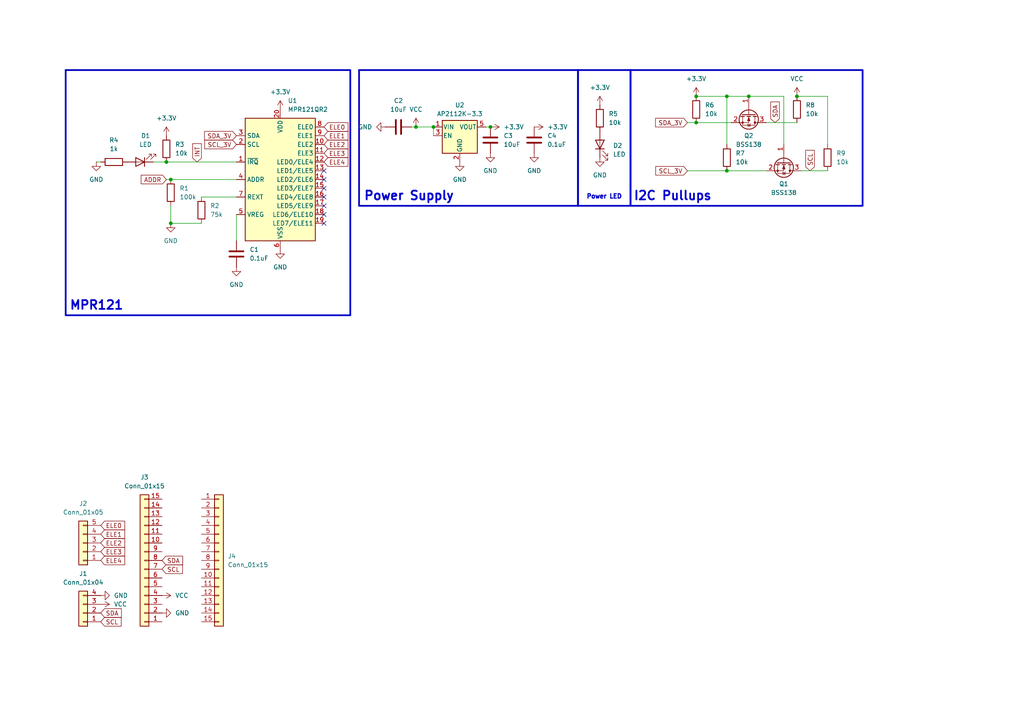
<source format=kicad_sch>
(kicad_sch (version 20231120) (generator "eeschema") (generator_version "8.0")
  (paper "A4")
  (lib_symbols
    (symbol "Connector_Generic:Conn_01x04" (pin_names (offset 1.016) hide)
      (property "Reference" "J" (at 0 5.08 0))
      (property "Value" "Conn_01x04" (at 0 -7.62 0))
      (symbol "Conn_01x04_1_1"
        (rectangle (start -1.27 -4.953) (end 0 -5.207) (stroke (width 0.1524)))
        (rectangle (start -1.27 -2.413) (end 0 -2.667) (stroke (width 0.1524)))
        (rectangle (start -1.27 0.127) (end 0 -0.127) (stroke (width 0.1524)))
        (rectangle (start -1.27 2.667) (end 0 2.413) (stroke (width 0.1524)))
        (rectangle (start -1.27 3.81) (end 1.27 -6.35) (stroke (width 0.254)) (fill (type background)))
        (pin passive line (at -5.08 2.54 0) (length 3.81) (name "Pin_1") (number "1"))
        (pin passive line (at -5.08 0 0) (length 3.81) (name "Pin_2") (number "2"))
        (pin passive line (at -5.08 -2.54 0) (length 3.81) (name "Pin_3") (number "3"))
        (pin passive line (at -5.08 -5.08 0) (length 3.81) (name "Pin_4") (number "4"))
      )
    )
    (symbol "Connector_Generic:Conn_01x05" (pin_names (offset 1.016) hide)
      (property "Reference" "J" (at 0 7.62 0))
      (property "Value" "Conn_01x05" (at 0 -7.62 0))
      (symbol "Conn_01x05_1_1"
        (rectangle (start -1.27 -4.953) (end 0 -5.207) (stroke (width 0.1524)))
        (rectangle (start -1.27 -2.413) (end 0 -2.667) (stroke (width 0.1524)))
        (rectangle (start -1.27 0.127) (end 0 -0.127) (stroke (width 0.1524)))
        (rectangle (start -1.27 2.667) (end 0 2.413) (stroke (width 0.1524)))
        (rectangle (start -1.27 5.207) (end 0 4.953) (stroke (width 0.1524)))
        (rectangle (start -1.27 6.35) (end 1.27 -6.35) (stroke (width 0.254)) (fill (type background)))
        (pin passive line (at -5.08 5.08 0) (length 3.81) (name "Pin_1") (number "1"))
        (pin passive line (at -5.08 2.54 0) (length 3.81) (name "Pin_2") (number "2"))
        (pin passive line (at -5.08 0 0) (length 3.81) (name "Pin_3") (number "3"))
        (pin passive line (at -5.08 -2.54 0) (length 3.81) (name "Pin_4") (number "4"))
        (pin passive line (at -5.08 -5.08 0) (length 3.81) (name "Pin_5") (number "5"))
      )
    )
    (symbol "Connector_Generic:Conn_01x15" (pin_names (offset 1.016) hide)
      (property "Reference" "J" (at 0 20.32 0))
      (property "Value" "Conn_01x15" (at 0 -20.32 0))
      (symbol "Conn_01x15_1_1"
        (rectangle (start -1.27 -17.653) (end 0 -17.907) (stroke (width 0.1524)))
        (rectangle (start -1.27 -15.113) (end 0 -15.367) (stroke (width 0.1524)))
        (rectangle (start -1.27 -12.573) (end 0 -12.827) (stroke (width 0.1524)))
        (rectangle (start -1.27 -10.033) (end 0 -10.287) (stroke (width 0.1524)))
        (rectangle (start -1.27 -7.493) (end 0 -7.747) (stroke (width 0.1524)))
        (rectangle (start -1.27 -4.953) (end 0 -5.207) (stroke (width 0.1524)))
        (rectangle (start -1.27 -2.413) (end 0 -2.667) (stroke (width 0.1524)))
        (rectangle (start -1.27 0.127) (end 0 -0.127) (stroke (width 0.1524)))
        (rectangle (start -1.27 2.667) (end 0 2.413) (stroke (width 0.1524)))
        (rectangle (start -1.27 5.207) (end 0 4.953) (stroke (width 0.1524)))
        (rectangle (start -1.27 7.747) (end 0 7.493) (stroke (width 0.1524)))
        (rectangle (start -1.27 10.287) (end 0 10.033) (stroke (width 0.1524)))
        (rectangle (start -1.27 12.827) (end 0 12.573) (stroke (width 0.1524)))
        (rectangle (start -1.27 15.367) (end 0 15.113) (stroke (width 0.1524)))
        (rectangle (start -1.27 17.907) (end 0 17.653) (stroke (width 0.1524)))
        (rectangle (start -1.27 19.05) (end 1.27 -19.05) (stroke (width 0.254)) (fill (type background)))
        (pin passive line (at -5.08 17.78 0) (length 3.81) (name "Pin_1") (number "1"))
        (pin passive line (at -5.08 -5.08 0) (length 3.81) (name "Pin_10") (number "10"))
        (pin passive line (at -5.08 -7.62 0) (length 3.81) (name "Pin_11") (number "11"))
        (pin passive line (at -5.08 -10.16 0) (length 3.81) (name "Pin_12") (number "12"))
        (pin passive line (at -5.08 -12.7 0) (length 3.81) (name "Pin_13") (number "13"))
        (pin passive line (at -5.08 -15.24 0) (length 3.81) (name "Pin_14") (number "14"))
        (pin passive line (at -5.08 -17.78 0) (length 3.81) (name "Pin_15") (number "15"))
        (pin passive line (at -5.08 15.24 0) (length 3.81) (name "Pin_2") (number "2"))
        (pin passive line (at -5.08 12.7 0) (length 3.81) (name "Pin_3") (number "3"))
        (pin passive line (at -5.08 10.16 0) (length 3.81) (name "Pin_4") (number "4"))
        (pin passive line (at -5.08 7.62 0) (length 3.81) (name "Pin_5") (number "5"))
        (pin passive line (at -5.08 5.08 0) (length 3.81) (name "Pin_6") (number "6"))
        (pin passive line (at -5.08 2.54 0) (length 3.81) (name "Pin_7") (number "7"))
        (pin passive line (at -5.08 0 0) (length 3.81) (name "Pin_8") (number "8"))
        (pin passive line (at -5.08 -2.54 0) (length 3.81) (name "Pin_9") (number "9"))
      )
    )
    (symbol "Device:C" (pin_numbers hide) (pin_names (offset 0.254))
      (property "Reference" "C" (at 0.635 2.54 0))
      (property "Value" "C" (at 0.635 -2.54 0))
      (symbol "C_0_1"
        (polyline (pts (xy -2.032 -0.762) (xy 2.032 -0.762)) (stroke (width 0.508)))
        (polyline (pts (xy -2.032 0.762) (xy 2.032 0.762)) (stroke (width 0.508)))
      )
      (symbol "C_1_1"
        (pin passive line (at 0 3.81 270) (length 2.794) (name "~") (number "1"))
        (pin passive line (at 0 -3.81 90) (length 2.794) (name "~") (number "2"))
      )
    )
    (symbol "Device:LED" (pin_numbers hide) (pin_names (offset 1.016) hide)
      (property "Reference" "D" (at 0 2.54 0))
      (property "Value" "LED" (at 0 -2.54 0))
      (symbol "LED_0_1"
        (polyline (pts (xy -1.27 -1.27) (xy -1.27 1.27)) (stroke (width 0.254)))
        (polyline (pts (xy -1.27 0) (xy 1.27 0)))
        (polyline (pts (xy 1.27 -1.27) (xy 1.27 1.27) (xy -1.27 0) (xy 1.27 -1.27)) (stroke (width 0.254)))
        (polyline (pts (xy -3.048 -0.762) (xy -4.572 -2.286) (xy -3.81 -2.286) (xy -4.572 -2.286) (xy -4.572 -1.524)))
        (polyline (pts (xy -1.778 -0.762) (xy -3.302 -2.286) (xy -2.54 -2.286) (xy -3.302 -2.286) (xy -3.302 -1.524)))
      )
      (symbol "LED_1_1"
        (pin passive line (at -3.81 0 0) (length 2.54) (name "K") (number "1"))
        (pin passive line (at 3.81 0 180) (length 2.54) (name "A") (number "2"))
      )
    )
    (symbol "Device:R" (pin_numbers hide) (pin_names (offset 0))
      (property "Reference" "R" (at 2.032 0 90))
      (property "Value" "R" (at 0 0 90))
      (symbol "R_0_1"
        (rectangle (start -1.016 -2.54) (end 1.016 2.54) (stroke (width 0.254)))
      )
      (symbol "R_1_1"
        (pin passive line (at 0 3.81 270) (length 1.27) (name "~") (number "1"))
        (pin passive line (at 0 -3.81 90) (length 1.27) (name "~") (number "2"))
      )
    )
    (symbol "Regulator_Linear:AP2112K-3.3" (pin_names (offset 0.254))
      (property "Reference" "U" (at -5.08 5.715 0))
      (property "Value" "AP2112K-3.3" (at 0 5.715 0))
      (symbol "AP2112K-3.3_0_1"
        (rectangle (start -5.08 4.445) (end 5.08 -5.08) (stroke (width 0.254)) (fill (type background)))
      )
      (symbol "AP2112K-3.3_1_1"
        (pin power_in line (at -7.62 2.54 0) (length 2.54) (name "VIN") (number "1"))
        (pin power_in line (at 0 -7.62 90) (length 2.54) (name "GND") (number "2"))
        (pin input line (at -7.62 0 0) (length 2.54) (name "EN") (number "3"))
        (pin no_connect line (at 5.08 0 180) (length 2.54) hide (name "NC") (number "4"))
        (pin power_out line (at 7.62 2.54 180) (length 2.54) (name "VOUT") (number "5"))
      )
    )
    (symbol "Sensor_Touch:MPR121QR2"
      (property "Reference" "U" (at -10.16 19.05 0))
      (property "Value" "MPR121QR2" (at 6.35 19.05 0))
      (symbol "MPR121QR2_0_1"
        (rectangle (start -10.16 17.78) (end 10.16 -17.78) (stroke (width 0.254)) (fill (type background)))
      )
      (symbol "MPR121QR2_1_1"
        (pin open_collector line (at -12.7 5.08 0) (length 2.54) (name "~{IRQ}") (number "1"))
        (pin passive line (at 12.7 10.16 180) (length 2.54) (name "ELE2") (number "10"))
        (pin passive line (at 12.7 7.62 180) (length 2.54) (name "ELE3") (number "11"))
        (pin passive line (at 12.7 5.08 180) (length 2.54) (name "LED0/ELE4") (number "12"))
        (pin passive line (at 12.7 2.54 180) (length 2.54) (name "LED1/ELE5") (number "13"))
        (pin passive line (at 12.7 0 180) (length 2.54) (name "LED2/ELE6") (number "14"))
        (pin passive line (at 12.7 -2.54 180) (length 2.54) (name "LED3/ELE7") (number "15"))
        (pin passive line (at 12.7 -5.08 180) (length 2.54) (name "LED4/ELE8") (number "16"))
        (pin passive line (at 12.7 -7.62 180) (length 2.54) (name "LED5/ELE9") (number "17"))
        (pin passive line (at 12.7 -10.16 180) (length 2.54) (name "LED6/ELE10") (number "18"))
        (pin passive line (at 12.7 -12.7 180) (length 2.54) (name "LED7/ELE11") (number "19"))
        (pin input line (at -12.7 10.16 0) (length 2.54) (name "SCL") (number "2"))
        (pin power_in line (at 0 20.32 270) (length 2.54) (name "VDD") (number "20"))
        (pin bidirectional line (at -12.7 12.7 0) (length 2.54) (name "SDA") (number "3"))
        (pin input line (at -12.7 0 0) (length 2.54) (name "ADDR") (number "4"))
        (pin passive line (at -12.7 -10.16 0) (length 2.54) (name "VREG") (number "5"))
        (pin power_in line (at 0 -20.32 90) (length 2.54) (name "VSS") (number "6"))
        (pin passive line (at -12.7 -5.08 0) (length 2.54) (name "REXT") (number "7"))
        (pin passive line (at 12.7 15.24 180) (length 2.54) (name "ELE0") (number "8"))
        (pin passive line (at 12.7 12.7 180) (length 2.54) (name "ELE1") (number "9"))
      )
    )
    (symbol "Transistor_FET:BSS138" (pin_names hide)
      (property "Reference" "Q" (at 5.08 1.905 0))
      (property "Value" "BSS138" (at 5.08 0 0))
      (symbol "BSS138_0_1"
        (polyline (pts (xy 0.254 0) (xy -2.54 0)))
        (polyline (pts (xy 0.254 1.905) (xy 0.254 -1.905)) (stroke (width 0.254)))
        (polyline (pts (xy 0.762 -1.27) (xy 0.762 -2.286)) (stroke (width 0.254)))
        (polyline (pts (xy 0.762 0.508) (xy 0.762 -0.508)) (stroke (width 0.254)))
        (polyline (pts (xy 0.762 2.286) (xy 0.762 1.27)) (stroke (width 0.254)))
        (polyline (pts (xy 2.54 2.54) (xy 2.54 1.778)))
        (polyline (pts (xy 2.54 -2.54) (xy 2.54 0) (xy 0.762 0)))
        (polyline (pts (xy 0.762 -1.778) (xy 3.302 -1.778) (xy 3.302 1.778) (xy 0.762 1.778)))
        (polyline (pts (xy 1.016 0) (xy 2.032 0.381) (xy 2.032 -0.381) (xy 1.016 0)) (fill (type outline)))
        (polyline (pts (xy 2.794 0.508) (xy 2.921 0.381) (xy 3.683 0.381) (xy 3.81 0.254)))
        (polyline (pts (xy 3.302 0.381) (xy 2.921 -0.254) (xy 3.683 -0.254) (xy 3.302 0.381)))
        (circle (center 1.651 0) (radius 2.794) (stroke (width 0.254)))
        (circle (center 2.54 -1.778) (radius 0.254) (fill (type outline)))
        (circle (center 2.54 1.778) (radius 0.254) (fill (type outline)))
      )
      (symbol "BSS138_1_1"
        (pin input line (at -5.08 0 0) (length 2.54) (name "G") (number "1"))
        (pin passive line (at 2.54 -5.08 90) (length 2.54) (name "S") (number "2"))
        (pin passive line (at 2.54 5.08 270) (length 2.54) (name "D") (number "3"))
      )
    )
    (symbol "power:+3.3V" (power) (pin_numbers hide) (pin_names (offset 0) hide)
      (property "Value" "+3.3V" (at 0 3.556 0))
      (symbol "+3.3V_0_1"
        (polyline (pts (xy -0.762 1.27) (xy 0 2.54)))
        (polyline (pts (xy 0 0) (xy 0 2.54)))
        (polyline (pts (xy 0 2.54) (xy 0.762 1.27)))
      )
      (symbol "+3.3V_1_1"
        (pin power_in line (at 0 0 90) (length 0) (name "~") (number "1"))
      )
    )
    (symbol "power:GND" (power) (pin_numbers hide) (pin_names (offset 0) hide)
      (property "Value" "GND" (at 0 -3.81 0))
      (symbol "GND_0_1"
        (polyline (pts (xy 0 0) (xy 0 -1.27) (xy 1.27 -1.27) (xy 0 -2.54) (xy -1.27 -1.27) (xy 0 -1.27)))
      )
      (symbol "GND_1_1"
        (pin power_in line (at 0 0 270) (length 0) (name "~") (number "1"))
      )
    )
    (symbol "power:VCC" (power) (pin_numbers hide) (pin_names (offset 0) hide)
      (property "Value" "VCC" (at 0 3.556 0))
      (symbol "VCC_0_1"
        (polyline (pts (xy -0.762 1.27) (xy 0 2.54)))
        (polyline (pts (xy 0 0) (xy 0 2.54)))
        (polyline (pts (xy 0 2.54) (xy 0.762 1.27)))
      )
      (symbol "VCC_1_1"
        (pin power_in line (at 0 0 90) (length 0) (name "~") (number "1"))
      )
    )
  )
  (junction (at 48.26 46.99))
  (junction (at 49.53 64.77))
  (junction (at 210.82 49.53))
  (junction (at 231.14 27.94))
  (junction (at 201.93 35.56))
  (junction (at 120.65 36.83))
  (junction (at 201.93 27.94))
  (junction (at 142.24 36.83))
  (junction (at 210.82 27.94))
  (junction (at 49.53 52.07))
  (junction (at 217.17 27.94))
  (junction (at 125.73 36.83))
  (no_connect (at 93.98 59.69))
  (no_connect (at 93.98 57.15))
  (no_connect (at 93.98 54.61))
  (no_connect (at 93.98 64.77))
  (no_connect (at 93.98 62.23))
  (no_connect (at 93.98 49.53))
  (no_connect (at 93.98 52.07))
  (wire (pts (xy 201.93 35.56) (xy 212.09 35.56)))
  (wire (pts (xy 210.82 41.91) (xy 210.82 27.94)))
  (wire (pts (xy 27.94 46.99) (xy 29.21 46.99)))
  (wire (pts (xy 58.42 57.15) (xy 68.58 57.15)))
  (wire (pts (xy 210.82 27.94) (xy 217.17 27.94)))
  (wire (pts (xy 120.65 36.83) (xy 125.73 36.83)))
  (wire (pts (xy 68.58 62.23) (xy 68.58 69.85)))
  (wire (pts (xy 240.03 41.91) (xy 240.03 27.94)))
  (wire (pts (xy 44.45 46.99) (xy 48.26 46.99)))
  (wire (pts (xy 48.26 52.07) (xy 49.53 52.07)))
  (wire (pts (xy 48.26 46.99) (xy 68.58 46.99)))
  (wire (pts (xy 210.82 27.94) (xy 201.93 27.94)))
  (wire (pts (xy 222.25 35.56) (xy 231.14 35.56)))
  (wire (pts (xy 199.39 49.53) (xy 210.82 49.53)))
  (wire (pts (xy 227.33 41.91) (xy 227.33 27.94)))
  (wire (pts (xy 199.39 35.56) (xy 201.93 35.56)))
  (wire (pts (xy 227.33 27.94) (xy 217.17 27.94)))
  (wire (pts (xy 49.53 52.07) (xy 68.58 52.07)))
  (wire (pts (xy 240.03 27.94) (xy 231.14 27.94)))
  (wire (pts (xy 49.53 59.69) (xy 49.53 64.77)))
  (wire (pts (xy 210.82 49.53) (xy 222.25 49.53)))
  (wire (pts (xy 142.24 36.83) (xy 140.97 36.83)))
  (wire (pts (xy 125.73 36.83) (xy 125.73 39.37)))
  (wire (pts (xy 232.41 49.53) (xy 240.03 49.53)))
  (wire (pts (xy 49.53 64.77) (xy 58.42 64.77)))
  (wire (pts (xy 119.38 36.83) (xy 120.65 36.83)))
  (rectangle (start 167.64 20.32) (end 182.88 59.69) (stroke (width 0.5)))
  (rectangle (start 19.05 20.32) (end 101.6 91.44) (stroke (width 0.5)))
  (rectangle (start 104.14 20.32) (end 167.64 59.69) (stroke (width 0.5)))
  (rectangle (start 182.88 20.32) (end 250.19 59.69) (stroke (width 0.5)))
  (text "Power Supply" (at 105.41 58.42 0) (effects (font (size 2.54 2.54) (thickness 0.508) (bold yes)) (justify left bottom)))
  (text "MPR121" (at 20.066 90.17 0) (effects (font (size 2.54 2.54) (thickness 0.508) (bold yes)) (justify left bottom)))
  (text "I2C Pullups" (at 183.642 58.42 0) (effects (font (size 2.54 2.54) (thickness 0.508) (bold yes)) (justify left bottom)))
  (text "Power LED" (at 175.26 56.388 0) (effects (font (size 1.27 1.27) (thickness 0.508) (bold yes)) (justify top)))
  (global_label "ELE1" (shape input) (at 29.21 154.94 0) (property "Intersheetrefs" "${INTERSHEET_REFS}" (effects (hide yes))))
  (global_label "ELE4" (shape input) (at 93.98 46.99 0) (property "Intersheetrefs" "${INTERSHEET_REFS}" (effects (hide yes))))
  (global_label "ELE2" (shape input) (at 29.21 157.48 0) (property "Intersheetrefs" "${INTERSHEET_REFS}" (effects (hide yes))))
  (global_label "SDA_3V" (shape input) (at 68.58 39.37 180) (property "Intersheetrefs" "${INTERSHEET_REFS}" (effects (hide yes))))
  (global_label "SCL" (shape input) (at 46.99 165.1 0) (property "Intersheetrefs" "${INTERSHEET_REFS}" (effects (hide yes))))
  (global_label "SDA" (shape input) (at 29.21 177.8 0) (property "Intersheetrefs" "${INTERSHEET_REFS}" (effects (hide yes))))
  (global_label "ELE4" (shape input) (at 29.21 162.56 0) (property "Intersheetrefs" "${INTERSHEET_REFS}" (effects (hide yes))))
  (global_label "SDA" (shape input) (at 224.79 35.56 90) (property "Intersheetrefs" "${INTERSHEET_REFS}" (effects (hide yes))))
  (global_label "ELE0" (shape input) (at 93.98 36.83 0) (property "Intersheetrefs" "${INTERSHEET_REFS}" (effects (hide yes))))
  (global_label "SCL_3V" (shape input) (at 199.39 49.53 180) (property "Intersheetrefs" "${INTERSHEET_REFS}" (effects (hide yes))))
  (global_label "ADDR" (shape input) (at 48.26 52.07 180) (property "Intersheetrefs" "${INTERSHEET_REFS}" (effects (hide yes))))
  (global_label "SCL_3V" (shape input) (at 68.58 41.91 180) (property "Intersheetrefs" "${INTERSHEET_REFS}" (effects (hide yes))))
  (global_label "SDA_3V" (shape input) (at 199.39 35.56 180) (property "Intersheetrefs" "${INTERSHEET_REFS}" (effects (hide yes))))
  (global_label "ELE1" (shape input) (at 93.98 39.37 0) (property "Intersheetrefs" "${INTERSHEET_REFS}" (effects (hide yes))))
  (global_label "SDA" (shape input) (at 46.99 162.56 0) (property "Intersheetrefs" "${INTERSHEET_REFS}" (effects (hide yes))))
  (global_label "SCL" (shape input) (at 29.21 180.34 0) (property "Intersheetrefs" "${INTERSHEET_REFS}" (effects (hide yes))))
  (global_label "SCL" (shape input) (at 234.95 49.53 90) (property "Intersheetrefs" "${INTERSHEET_REFS}" (effects (hide yes))))
  (global_label "ELE0" (shape input) (at 29.21 152.4 0) (property "Intersheetrefs" "${INTERSHEET_REFS}" (effects (hide yes))))
  (global_label "INT" (shape input) (at 57.15 46.99 90) (property "Intersheetrefs" "${INTERSHEET_REFS}" (effects (hide yes))))
  (global_label "ELE3" (shape input) (at 93.98 44.45 0) (property "Intersheetrefs" "${INTERSHEET_REFS}" (effects (hide yes))))
  (global_label "ELE3" (shape input) (at 29.21 160.02 0) (property "Intersheetrefs" "${INTERSHEET_REFS}" (effects (hide yes))))
  (global_label "ELE2" (shape input) (at 93.98 41.91 0) (property "Intersheetrefs" "${INTERSHEET_REFS}" (effects (hide yes))))
  (symbol (lib_id "Transistor_FET:BSS138") (at 217.17 33.02 270) (unit 1)
    (property "Reference" "Q2" (at 217.17 39.37 90))
    (property "Value" "BSS138" (at 217.17 41.91 90))
    (property "Footprint" "Package_TO_SOT_SMD:SOT-23" (effects (hide yes)))
    (property "Datasheet" "https://www.onsemi.com/pub/Collateral/BSS138-D.PDF" (effects (hide yes)))
    (property "Description" "50V Vds, 0.22A Id, N-Channel MOSFET, SOT-23" (effects (hide yes)))
  )
  (symbol (lib_id "power:VCC") (at 29.21 175.26 270) (unit 1)
    (property "Reference" "#PWR017" (effects (hide yes)))
    (property "Value" "VCC" (at 33.02 175.2599 90) (effects (justify left)))
    (property "Description" "Power symbol creates a global label with name \"VCC\"" (effects (hide yes)))
  )
  (symbol (lib_id "power:GND") (at 142.24 44.45 0) (unit 1)
    (property "Reference" "#PWR011" (effects (hide yes)))
    (property "Value" "GND" (at 142.24 49.53 0))
    (property "Description" "Power symbol creates a global label with name \"GND\" , ground" (effects (hide yes)))
  )
  (symbol (lib_id "power:GND") (at 27.94 46.99 0) (unit 1)
    (property "Reference" "#PWR06" (effects (hide yes)))
    (property "Value" "GND" (at 27.94 52.07 0))
    (property "Description" "Power symbol creates a global label with name \"GND\" , ground" (effects (hide yes)))
  )
  (symbol (lib_id "power:GND") (at 133.35 46.99 0) (unit 1)
    (property "Reference" "#PWR09" (effects (hide yes)))
    (property "Value" "GND" (at 133.35 52.07 0))
    (property "Description" "Power symbol creates a global label with name \"GND\" , ground" (effects (hide yes)))
  )
  (symbol (lib_id "Device:C") (at 154.94 40.64 180) (unit 1)
    (property "Reference" "C4" (at 158.75 39.3699 0) (effects (justify right)))
    (property "Value" "0.1uF" (at 158.75 41.9099 0) (effects (justify right)))
    (property "Footprint" "Capacitor_SMD:C_0805_2012Metric" (effects (hide yes)))
    (property "Description" "Unpolarized capacitor" (effects (hide yes)))
  )
  (symbol (lib_id "Device:LED") (at 173.99 41.91 90) (unit 1)
    (property "Reference" "D2" (at 177.8 42.2274 90) (effects (justify right)))
    (property "Value" "LED" (at 177.8 44.7674 90) (effects (justify right)))
    (property "Footprint" "LED_SMD:LED_1206_3216Metric" (effects (hide yes)))
    (property "Description" "Light emitting diode" (effects (hide yes)))
  )
  (symbol (lib_id "Connector_Generic:Conn_01x15") (at 63.5 162.56 0) (unit 1)
    (property "Reference" "J4" (at 66.04 161.2899 0) (effects (justify left)))
    (property "Value" "Conn_01x15" (at 66.04 163.8299 0) (effects (justify left)))
    (property "Footprint" "Connector_PinSocket_2.54mm:PinSocket_1x15_P2.54mm_Vertical" (effects (hide yes)))
    (property "Description" "Generic connector, single row, 01x15, script generated (kicad-library-utils/schlib/autogen/connector/)" (effects (hide yes)))
  )
  (symbol (lib_id "power:GND") (at 29.21 172.72 90) (unit 1)
    (property "Reference" "#PWR016" (effects (hide yes)))
    (property "Value" "GND" (at 33.02 172.7199 90) (effects (justify right)))
    (property "Description" "Power symbol creates a global label with name \"GND\" , ground" (effects (hide yes)))
  )
  (symbol (lib_id "power:+3.3V") (at 154.94 36.83 270) (unit 1)
    (property "Reference" "#PWR013" (effects (hide yes)))
    (property "Value" "+3.3V" (at 158.75 36.8299 90) (effects (justify left)))
    (property "Description" "Power symbol creates a global label with name \"+3.3V\"" (effects (hide yes)))
  )
  (symbol (lib_id "power:GND") (at 111.76 36.83 270) (unit 1)
    (property "Reference" "#PWR08" (effects (hide yes)))
    (property "Value" "GND" (at 107.95 36.8299 90) (effects (justify right)))
    (property "Description" "Power symbol creates a global label with name \"GND\" , ground" (effects (hide yes)))
  )
  (symbol (lib_id "Device:R") (at 210.82 45.72 0) (unit 1)
    (property "Reference" "R7" (at 213.36 44.4499 0) (effects (justify left)))
    (property "Value" "10k" (at 213.36 46.9899 0) (effects (justify left)))
    (property "Footprint" "Resistor_SMD:R_1206_3216Metric" (effects (hide yes)))
    (property "Description" "Resistor" (effects (hide yes)))
  )
  (symbol (lib_id "power:+3.3V") (at 173.99 30.48 0) (unit 1)
    (property "Reference" "#PWR014" (effects (hide yes)))
    (property "Value" "+3.3V" (at 173.99 25.4 0))
    (property "Description" "Power symbol creates a global label with name \"+3.3V\"" (effects (hide yes)))
  )
  (symbol (lib_id "Connector_Generic:Conn_01x04") (at 24.13 177.8 180) (unit 1)
    (property "Reference" "J1" (at 24.13 166.37 0))
    (property "Value" "Conn_01x04" (at 24.13 168.91 0))
    (property "Footprint" "Connector_PinSocket_2.54mm:PinSocket_1x04_P2.54mm_Vertical" (effects (hide yes)))
    (property "Description" "Generic connector, single row, 01x04, script generated (kicad-library-utils/schlib/autogen/connector/)" (effects (hide yes)))
  )
  (symbol (lib_id "Device:R") (at 231.14 31.75 0) (unit 1)
    (property "Reference" "R8" (at 233.68 30.4799 0) (effects (justify left)))
    (property "Value" "10k" (at 233.68 33.0199 0) (effects (justify left)))
    (property "Footprint" "Resistor_SMD:R_1206_3216Metric" (effects (hide yes)))
    (property "Description" "Resistor" (effects (hide yes)))
  )
  (symbol (lib_id "power:GND") (at 173.99 45.72 0) (unit 1)
    (property "Reference" "#PWR015" (effects (hide yes)))
    (property "Value" "GND" (at 173.99 50.8 0))
    (property "Description" "Power symbol creates a global label with name \"GND\" , ground" (effects (hide yes)))
  )
  (symbol (lib_id "power:GND") (at 46.99 177.8 90) (unit 1)
    (property "Reference" "#PWR020" (effects (hide yes)))
    (property "Value" "GND" (at 50.8 177.7999 90) (effects (justify right)))
    (property "Description" "Power symbol creates a global label with name \"GND\" , ground" (effects (hide yes)))
  )
  (symbol (lib_id "power:+3.3V") (at 201.93 27.94 0) (unit 1)
    (property "Reference" "#PWR018" (effects (hide yes)))
    (property "Value" "+3.3V" (at 201.93 22.86 0))
    (property "Description" "Power symbol creates a global label with name \"+3.3V\"" (effects (hide yes)))
  )
  (symbol (lib_id "Device:C") (at 115.57 36.83 90) (unit 1)
    (property "Reference" "C2" (at 115.57 29.21 90))
    (property "Value" "10uF" (at 115.57 31.75 90))
    (property "Footprint" "Capacitor_SMD:C_1210_3225Metric" (effects (hide yes)))
    (property "Description" "Unpolarized capacitor" (effects (hide yes)))
  )
  (symbol (lib_id "power:GND") (at 154.94 44.45 0) (unit 1)
    (property "Reference" "#PWR012" (effects (hide yes)))
    (property "Value" "GND" (at 154.94 49.53 0))
    (property "Description" "Power symbol creates a global label with name \"GND\" , ground" (effects (hide yes)))
  )
  (symbol (lib_id "power:VCC") (at 46.99 172.72 270) (unit 1)
    (property "Reference" "#PWR021" (effects (hide yes)))
    (property "Value" "VCC" (at 50.8 172.7199 90) (effects (justify left)))
    (property "Description" "Power symbol creates a global label with name \"VCC\"" (effects (hide yes)))
  )
  (symbol (lib_id "Sensor_Touch:MPR121QR2") (at 81.28 52.07 0) (unit 1)
    (property "Reference" "U1" (at 83.4741 29.21 0) (effects (justify left)))
    (property "Value" "MPR121QR2" (at 83.4741 31.75 0) (effects (justify left)))
    (property "Footprint" "Package_DFN_QFN:UQFN-20_3x3mm_P0.4mm" (effects (hide yes)))
    (property "Datasheet" "https://resurgentsemi.com/wp-content/uploads/2018/09/MPR121_rev5-Resurgent.pdf?d453f8&d453f8" (effects (hide yes)))
    (property "Description" "12ch Touch Sensor controller, UQFN-20" (effects (hide yes)))
  )
  (symbol (lib_id "power:GND") (at 81.28 72.39 0) (unit 1)
    (property "Reference" "#PWR05" (effects (hide yes)))
    (property "Value" "GND" (at 81.28 77.47 0))
    (property "Description" "Power symbol creates a global label with name \"GND\" , ground" (effects (hide yes)))
  )
  (symbol (lib_id "power:GND") (at 68.58 77.47 0) (unit 1)
    (property "Reference" "#PWR02" (effects (hide yes)))
    (property "Value" "GND" (at 68.58 82.55 0))
    (property "Description" "Power symbol creates a global label with name \"GND\" , ground" (effects (hide yes)))
  )
  (symbol (lib_id "Device:LED") (at 40.64 46.99 180) (unit 1)
    (property "Reference" "D1" (at 42.2275 39.37 0))
    (property "Value" "LED" (at 42.2275 41.91 0))
    (property "Footprint" "LED_SMD:LED_1206_3216Metric" (effects (hide yes)))
    (property "Description" "Light emitting diode" (effects (hide yes)))
  )
  (symbol (lib_id "power:+3.3V") (at 48.26 39.37 0) (unit 1)
    (property "Reference" "#PWR04" (effects (hide yes)))
    (property "Value" "+3.3V" (at 48.26 34.29 0))
    (property "Description" "Power symbol creates a global label with name \"+3.3V\"" (effects (hide yes)))
  )
  (symbol (lib_id "Device:C") (at 142.24 40.64 180) (unit 1)
    (property "Reference" "C3" (at 146.05 39.3699 0) (effects (justify right)))
    (property "Value" "10uF" (at 146.05 41.9099 0) (effects (justify right)))
    (property "Footprint" "Capacitor_SMD:C_1210_3225Metric" (effects (hide yes)))
    (property "Description" "Unpolarized capacitor" (effects (hide yes)))
  )
  (symbol (lib_id "power:GND") (at 49.53 64.77 0) (unit 1)
    (property "Reference" "#PWR01" (effects (hide yes)))
    (property "Value" "GND" (at 49.53 69.85 0))
    (property "Description" "Power symbol creates a global label with name \"GND\" , ground" (effects (hide yes)))
  )
  (symbol (lib_id "Connector_Generic:Conn_01x05") (at 24.13 157.48 180) (unit 1)
    (property "Reference" "J2" (at 24.13 146.05 0))
    (property "Value" "Conn_01x05" (at 24.13 148.59 0))
    (property "Footprint" "Connector_PinSocket_2.54mm:PinSocket_1x05_P2.54mm_Vertical" (effects (hide yes)))
    (property "Description" "Generic connector, single row, 01x05, script generated (kicad-library-utils/schlib/autogen/connector/)" (effects (hide yes)))
  )
  (symbol (lib_id "Device:R") (at 49.53 55.88 0) (unit 1)
    (property "Reference" "R1" (at 52.07 54.6099 0) (effects (justify left)))
    (property "Value" "100k" (at 52.07 57.1499 0) (effects (justify left)))
    (property "Footprint" "Resistor_SMD:R_1206_3216Metric" (effects (hide yes)))
    (property "Description" "Resistor" (effects (hide yes)))
  )
  (symbol (lib_id "Device:R") (at 58.42 60.96 0) (unit 1)
    (property "Reference" "R2" (at 60.96 59.6899 0) (effects (justify left)))
    (property "Value" "75k" (at 60.96 62.2299 0) (effects (justify left)))
    (property "Footprint" "Resistor_SMD:R_1206_3216Metric" (effects (hide yes)))
    (property "Description" "Resistor" (effects (hide yes)))
  )
  (symbol (lib_id "Device:R") (at 201.93 31.75 0) (unit 1)
    (property "Reference" "R6" (at 204.47 30.4799 0) (effects (justify left)))
    (property "Value" "10k" (at 204.47 33.0199 0) (effects (justify left)))
    (property "Footprint" "Resistor_SMD:R_1206_3216Metric" (effects (hide yes)))
    (property "Description" "Resistor" (effects (hide yes)))
  )
  (symbol (lib_id "Connector_Generic:Conn_01x15") (at 41.91 162.56 180) (unit 1)
    (property "Reference" "J3" (at 41.91 138.43 0))
    (property "Value" "Conn_01x15" (at 41.91 140.97 0))
    (property "Footprint" "Connector_PinSocket_2.54mm:PinSocket_1x15_P2.54mm_Vertical" (effects (hide yes)))
    (property "Description" "Generic connector, single row, 01x15, script generated (kicad-library-utils/schlib/autogen/connector/)" (effects (hide yes)))
  )
  (symbol (lib_id "power:VCC") (at 231.14 27.94 0) (unit 1)
    (property "Reference" "#PWR019" (effects (hide yes)))
    (property "Value" "VCC" (at 231.14 22.86 0))
    (property "Description" "Power symbol creates a global label with name \"VCC\"" (effects (hide yes)))
  )
  (symbol (lib_id "Device:R") (at 48.26 43.18 0) (unit 1)
    (property "Reference" "R3" (at 50.8 41.9099 0) (effects (justify left)))
    (property "Value" "10k" (at 50.8 44.4499 0) (effects (justify left)))
    (property "Footprint" "Resistor_SMD:R_1206_3216Metric" (effects (hide yes)))
    (property "Description" "Resistor" (effects (hide yes)))
  )
  (symbol (lib_id "power:+3.3V") (at 142.24 36.83 270) (unit 1)
    (property "Reference" "#PWR010" (effects (hide yes)))
    (property "Value" "+3.3V" (at 146.05 36.8299 90) (effects (justify left)))
    (property "Description" "Power symbol creates a global label with name \"+3.3V\"" (effects (hide yes)))
  )
  (symbol (lib_id "Device:R") (at 240.03 45.72 0) (unit 1)
    (property "Reference" "R9" (at 242.57 44.4499 0) (effects (justify left)))
    (property "Value" "10k" (at 242.57 46.9899 0) (effects (justify left)))
    (property "Footprint" "Resistor_SMD:R_1206_3216Metric" (effects (hide yes)))
    (property "Description" "Resistor" (effects (hide yes)))
  )
  (symbol (lib_id "Device:R") (at 33.02 46.99 90) (unit 1)
    (property "Reference" "R4" (at 33.02 40.64 90))
    (property "Value" "1k" (at 33.02 43.18 90))
    (property "Footprint" "Resistor_SMD:R_1206_3216Metric" (effects (hide yes)))
    (property "Description" "Resistor" (effects (hide yes)))
  )
  (symbol (lib_id "Transistor_FET:BSS138") (at 227.33 46.99 270) (unit 1)
    (property "Reference" "Q1" (at 227.33 53.34 90))
    (property "Value" "BSS138" (at 227.33 55.88 90))
    (property "Footprint" "Package_TO_SOT_SMD:SOT-23" (effects (hide yes)))
    (property "Datasheet" "https://www.onsemi.com/pub/Collateral/BSS138-D.PDF" (effects (hide yes)))
    (property "Description" "50V Vds, 0.22A Id, N-Channel MOSFET, SOT-23" (effects (hide yes)))
  )
  (symbol (lib_id "power:VCC") (at 120.65 36.83 0) (unit 1)
    (property "Reference" "#PWR07" (effects (hide yes)))
    (property "Value" "VCC" (at 120.65 31.75 0))
    (property "Description" "Power symbol creates a global label with name \"VCC\"" (effects (hide yes)))
  )
  (symbol (lib_id "Regulator_Linear:AP2112K-3.3") (at 133.35 39.37 0) (unit 1)
    (property "Reference" "U2" (at 133.35 30.48 0))
    (property "Value" "AP2112K-3.3" (at 133.35 33.02 0))
    (property "Footprint" "Package_TO_SOT_SMD:SOT-23-5" (effects (hide yes)))
    (property "Datasheet" "https://www.diodes.com/assets/Datasheets/AP2112.pdf" (effects (hide yes)))
    (property "Description" "600mA low dropout linear regulator, with enable pin, 3.8V-6V input voltage range, 3.3V fixed positive output, SOT-23-5" (effects (hide yes)))
  )
  (symbol (lib_id "Device:R") (at 173.99 34.29 0) (unit 1)
    (property "Reference" "R5" (at 176.53 33.0199 0) (effects (justify left)))
    (property "Value" "10k" (at 176.53 35.5599 0) (effects (justify left)))
    (property "Footprint" "Resistor_SMD:R_1206_3216Metric" (effects (hide yes)))
    (property "Description" "Resistor" (effects (hide yes)))
  )
  (symbol (lib_id "power:+3.3V") (at 81.28 31.75 0) (unit 1)
    (property "Reference" "#PWR03" (effects (hide yes)))
    (property "Value" "+3.3V" (at 81.28 26.67 0))
    (property "Description" "Power symbol creates a global label with name \"+3.3V\"" (effects (hide yes)))
  )
  (symbol (lib_id "Device:C") (at 68.58 73.66 0) (unit 1)
    (property "Reference" "C1" (at 72.39 72.3899 0) (effects (justify left)))
    (property "Value" "0.1uF" (at 72.39 74.9299 0) (effects (justify left)))
    (property "Footprint" "Capacitor_SMD:C_0805_2012Metric" (effects (hide yes)))
    (property "Description" "Unpolarized capacitor" (effects (hide yes)))
  )
)
</source>
